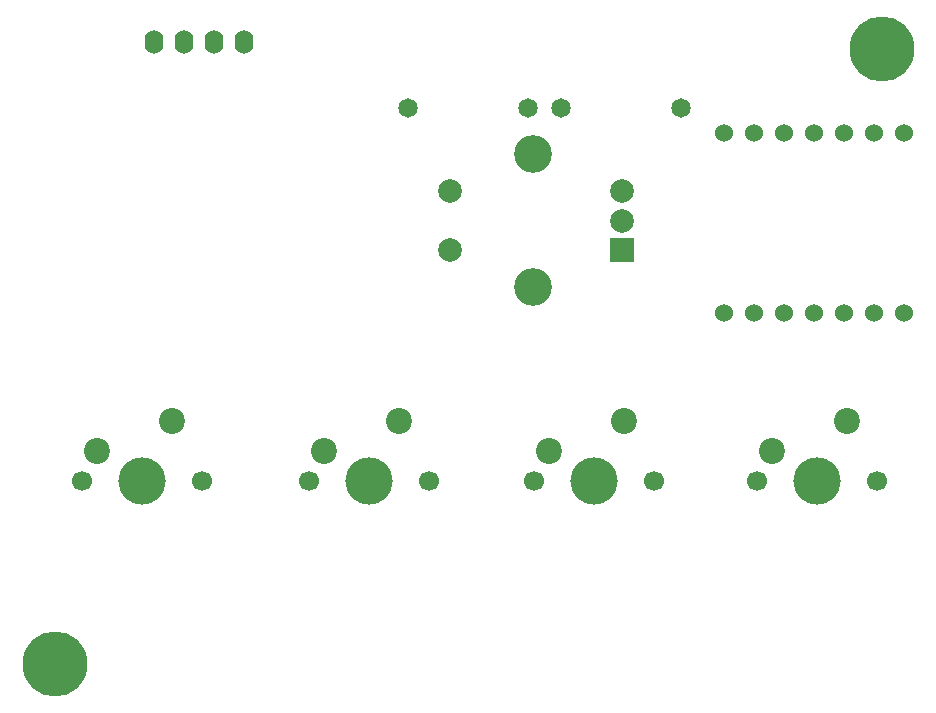
<source format=gbr>
%TF.GenerationSoftware,KiCad,Pcbnew,8.0.8*%
%TF.CreationDate,2025-02-13T16:32:23-05:00*%
%TF.ProjectId,pianissimo,7069616e-6973-4736-996d-6f2e6b696361,rev?*%
%TF.SameCoordinates,Original*%
%TF.FileFunction,Soldermask,Bot*%
%TF.FilePolarity,Negative*%
%FSLAX46Y46*%
G04 Gerber Fmt 4.6, Leading zero omitted, Abs format (unit mm)*
G04 Created by KiCad (PCBNEW 8.0.8) date 2025-02-13 16:32:23*
%MOMM*%
%LPD*%
G01*
G04 APERTURE LIST*
%ADD10C,1.651000*%
%ADD11R,2.000000X2.000000*%
%ADD12C,2.000000*%
%ADD13C,3.200000*%
%ADD14C,1.524000*%
%ADD15C,1.700000*%
%ADD16C,4.000000*%
%ADD17C,2.200000*%
%ADD18O,1.600000X2.000000*%
%ADD19C,5.500000*%
G04 APERTURE END LIST*
D10*
%TO.C,R1*%
X113840000Y-97000000D03*
X124000000Y-97000000D03*
%TD*%
D11*
%TO.C,SW5*%
X119000000Y-109000000D03*
D12*
X119000000Y-104000000D03*
X119000000Y-106500000D03*
D13*
X111500000Y-112100000D03*
X111500000Y-100900000D03*
D12*
X104500000Y-104000000D03*
X104500000Y-109000000D03*
%TD*%
D10*
%TO.C,R2*%
X100920000Y-97000000D03*
X111080000Y-97000000D03*
%TD*%
D14*
%TO.C,U1*%
X142875000Y-99060000D03*
X140335000Y-99060000D03*
X137795000Y-99060000D03*
X135255000Y-99060000D03*
X132715000Y-99060000D03*
X130175000Y-99060000D03*
X127635000Y-99060000D03*
X127635000Y-114300000D03*
X130175000Y-114300000D03*
X132715000Y-114300000D03*
X135255000Y-114300000D03*
X137795000Y-114300000D03*
X140335000Y-114300000D03*
X142875000Y-114300000D03*
%TD*%
D15*
%TO.C,SW4*%
X73342500Y-128587500D03*
D16*
X78422500Y-128587500D03*
D15*
X83502500Y-128587500D03*
D17*
X80962500Y-123507500D03*
X74612500Y-126047500D03*
%TD*%
D15*
%TO.C,SW1*%
X130492500Y-128587500D03*
D16*
X135572500Y-128587500D03*
D15*
X140652500Y-128587500D03*
D17*
X138112500Y-123507500D03*
X131762500Y-126047500D03*
%TD*%
D18*
%TO.C,Brd1*%
X79380000Y-91400000D03*
X81920000Y-91400000D03*
X84460000Y-91400000D03*
X87000000Y-91400000D03*
%TD*%
D15*
%TO.C,SW3*%
X92551250Y-128587500D03*
D16*
X97631250Y-128587500D03*
D15*
X102711250Y-128587500D03*
D17*
X100171250Y-123507500D03*
X93821250Y-126047500D03*
%TD*%
D19*
%TO.C,REF\u002A\u002A*%
X71000000Y-144000000D03*
%TD*%
%TO.C,REF\u002A\u002A*%
X141000000Y-92000000D03*
%TD*%
D15*
%TO.C,SW2*%
X111601250Y-128587500D03*
D16*
X116681250Y-128587500D03*
D15*
X121761250Y-128587500D03*
D17*
X119221250Y-123507500D03*
X112871250Y-126047500D03*
%TD*%
M02*

</source>
